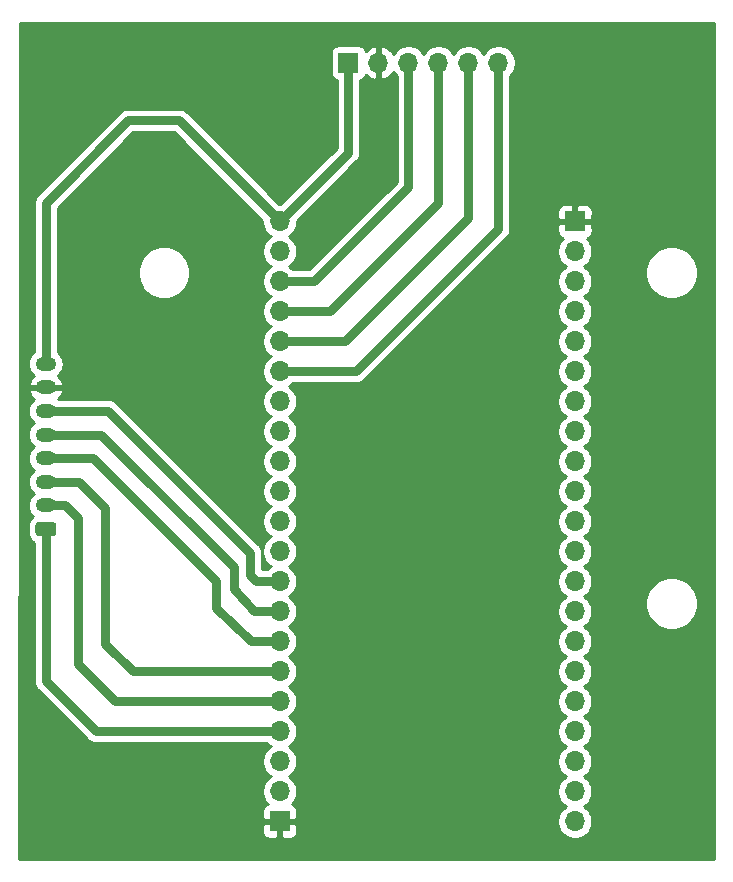
<source format=gbr>
%TF.GenerationSoftware,KiCad,Pcbnew,5.1.10-88a1d61d58~89~ubuntu20.04.1*%
%TF.CreationDate,2021-07-11T19:38:29+02:00*%
%TF.ProjectId,schematic,73636865-6d61-4746-9963-2e6b69636164,rev?*%
%TF.SameCoordinates,PX52dfd20PY755cad8*%
%TF.FileFunction,Copper,L2,Bot*%
%TF.FilePolarity,Positive*%
%FSLAX46Y46*%
G04 Gerber Fmt 4.6, Leading zero omitted, Abs format (unit mm)*
G04 Created by KiCad (PCBNEW 5.1.10-88a1d61d58~89~ubuntu20.04.1) date 2021-07-11 19:38:29*
%MOMM*%
%LPD*%
G01*
G04 APERTURE LIST*
%TA.AperFunction,ComponentPad*%
%ADD10O,1.750000X1.200000*%
%TD*%
%TA.AperFunction,ComponentPad*%
%ADD11R,1.700000X1.700000*%
%TD*%
%TA.AperFunction,ComponentPad*%
%ADD12O,1.700000X1.700000*%
%TD*%
%TA.AperFunction,Conductor*%
%ADD13C,0.750000*%
%TD*%
%TA.AperFunction,Conductor*%
%ADD14C,0.254000*%
%TD*%
%TA.AperFunction,Conductor*%
%ADD15C,0.100000*%
%TD*%
G04 APERTURE END LIST*
D10*
%TO.P,J4,8*%
%TO.N,/3v3*%
X3300000Y43063000D03*
%TO.P,J4,7*%
%TO.N,GND*%
X3300000Y41063000D03*
%TO.P,J4,6*%
%TO.N,/MOSI*%
X3300000Y39063000D03*
%TO.P,J4,5*%
%TO.N,/CLK*%
X3300000Y37063000D03*
%TO.P,J4,4*%
%TO.N,/CS*%
X3300000Y35063000D03*
%TO.P,J4,3*%
%TO.N,/DC*%
X3300000Y33063000D03*
%TO.P,J4,2*%
%TO.N,/RST*%
X3300000Y31063000D03*
%TO.P,J4,1*%
%TO.N,/BUSY*%
%TA.AperFunction,ComponentPad*%
G36*
G01*
X3925001Y28463000D02*
X2674999Y28463000D01*
G75*
G02*
X2425000Y28712999I0J249999D01*
G01*
X2425000Y29413001D01*
G75*
G02*
X2674999Y29663000I249999J0D01*
G01*
X3925001Y29663000D01*
G75*
G02*
X4175000Y29413001I0J-249999D01*
G01*
X4175000Y28712999D01*
G75*
G02*
X3925001Y28463000I-249999J0D01*
G01*
G37*
%TD.AperFunction*%
%TD*%
D11*
%TO.P,J1,1*%
%TO.N,GND*%
X48100000Y55118000D03*
D12*
%TO.P,J1,2*%
%TO.N,N/C*%
X48100000Y52578000D03*
%TO.P,J1,3*%
X48100000Y50038000D03*
%TO.P,J1,4*%
X48100000Y47498000D03*
%TO.P,J1,5*%
X48100000Y44958000D03*
%TO.P,J1,6*%
X48100000Y42418000D03*
%TO.P,J1,7*%
X48100000Y39878000D03*
%TO.P,J1,8*%
X48100000Y37338000D03*
%TO.P,J1,9*%
X48100000Y34798000D03*
%TO.P,J1,10*%
X48100000Y32258000D03*
%TO.P,J1,11*%
X48100000Y29718000D03*
%TO.P,J1,12*%
X48100000Y27178000D03*
%TO.P,J1,13*%
X48100000Y24638000D03*
%TO.P,J1,14*%
X48100000Y22098000D03*
%TO.P,J1,15*%
X48100000Y19558000D03*
%TO.P,J1,16*%
X48100000Y17018000D03*
%TO.P,J1,17*%
X48100000Y14478000D03*
%TO.P,J1,18*%
X48100000Y11938000D03*
%TO.P,J1,19*%
X48100000Y9398000D03*
%TO.P,J1,20*%
X48100000Y6858000D03*
%TO.P,J1,21*%
X48100000Y4318000D03*
%TD*%
D11*
%TO.P,J2,1*%
%TO.N,/3v3*%
X28924000Y68547000D03*
D12*
%TO.P,J2,2*%
%TO.N,GND*%
X31464000Y68547000D03*
%TO.P,J2,3*%
%TO.N,/SDO*%
X34004000Y68547000D03*
%TO.P,J2,4*%
%TO.N,/CSB*%
X36544000Y68547000D03*
%TO.P,J2,5*%
%TO.N,/SDA*%
X39084000Y68547000D03*
%TO.P,J2,6*%
%TO.N,/SCL*%
X41624000Y68547000D03*
%TD*%
%TO.P,J3,21*%
%TO.N,/3v3*%
X23100000Y55118000D03*
%TO.P,J3,20*%
%TO.N,N/C*%
X23100000Y52578000D03*
%TO.P,J3,19*%
%TO.N,/SDO*%
X23100000Y50038000D03*
%TO.P,J3,18*%
%TO.N,/CSB*%
X23100000Y47498000D03*
%TO.P,J3,17*%
%TO.N,/SDA*%
X23100000Y44958000D03*
%TO.P,J3,16*%
%TO.N,/SCL*%
X23100000Y42418000D03*
%TO.P,J3,15*%
%TO.N,N/C*%
X23100000Y39878000D03*
%TO.P,J3,14*%
X23100000Y37338000D03*
%TO.P,J3,13*%
X23100000Y34798000D03*
%TO.P,J3,12*%
X23100000Y32258000D03*
%TO.P,J3,11*%
X23100000Y29718000D03*
%TO.P,J3,10*%
X23100000Y27178000D03*
%TO.P,J3,9*%
%TO.N,/MOSI*%
X23100000Y24638000D03*
%TO.P,J3,8*%
%TO.N,/CLK*%
X23100000Y22098000D03*
%TO.P,J3,7*%
%TO.N,/CS*%
X23100000Y19558000D03*
%TO.P,J3,6*%
%TO.N,/DC*%
X23100000Y17018000D03*
%TO.P,J3,5*%
%TO.N,/RST*%
X23100000Y14478000D03*
%TO.P,J3,4*%
%TO.N,/BUSY*%
X23100000Y11938000D03*
%TO.P,J3,3*%
%TO.N,N/C*%
X23100000Y9398000D03*
%TO.P,J3,2*%
X23100000Y6858000D03*
D11*
%TO.P,J3,1*%
%TO.N,GND*%
X23100000Y4318000D03*
%TD*%
D13*
%TO.N,/3v3*%
X28924000Y60942000D02*
X23100000Y55118000D01*
X28924000Y68547000D02*
X28924000Y60942000D01*
X3300000Y43063000D02*
X3300000Y56663000D01*
X3300000Y56663000D02*
X10300000Y63663000D01*
X14555000Y63663000D02*
X23100000Y55118000D01*
X10300000Y63663000D02*
X14555000Y63663000D01*
%TO.N,/SDO*%
X26003000Y50038000D02*
X23100000Y50038000D01*
X34004000Y58039000D02*
X26003000Y50038000D01*
X34004000Y68547000D02*
X34004000Y58039000D01*
%TO.N,/CSB*%
X27400000Y47498000D02*
X23100000Y47498000D01*
X36544000Y56642000D02*
X27400000Y47498000D01*
X36544000Y68547000D02*
X36544000Y56642000D01*
%TO.N,/SDA*%
X39084000Y68547000D02*
X39084000Y68326000D01*
X39084000Y55372000D02*
X28670000Y44958000D01*
X28670000Y44958000D02*
X23100000Y44958000D01*
X39084000Y68547000D02*
X39084000Y55372000D01*
%TO.N,/SCL*%
X29559000Y42418000D02*
X23100000Y42418000D01*
X41624000Y54483000D02*
X29559000Y42418000D01*
X41624000Y68547000D02*
X41624000Y54483000D01*
%TO.N,/MOSI*%
X23100000Y24638000D02*
X21125000Y24638000D01*
X21125000Y24638000D02*
X20600000Y25163000D01*
X20600000Y25163000D02*
X20600000Y27063000D01*
X8600000Y39063000D02*
X3300000Y39063000D01*
X20600000Y27063000D02*
X8600000Y39063000D01*
%TO.N,/CLK*%
X8000000Y37063000D02*
X3300000Y37063000D01*
X19200000Y25863000D02*
X8000000Y37063000D01*
X19200000Y23963000D02*
X19200000Y25863000D01*
X20965000Y22098000D02*
X19200000Y23963000D01*
X23100000Y22098000D02*
X20965000Y22098000D01*
%TO.N,/CS*%
X7300000Y35063000D02*
X3300000Y35063000D01*
X17700000Y24663000D02*
X7300000Y35063000D01*
X17700000Y22363000D02*
X17700000Y24663000D01*
X20700000Y19563000D02*
X17700000Y22363000D01*
X23100000Y19558000D02*
X20700000Y19563000D01*
%TO.N,/DC*%
X3300000Y33063000D02*
X6100000Y33063000D01*
X6100000Y33063000D02*
X8300000Y30863000D01*
X8300000Y30863000D02*
X8300000Y19363000D01*
X10645000Y17018000D02*
X23100000Y17018000D01*
X8300000Y19363000D02*
X10645000Y17018000D01*
%TO.N,/RST*%
X4925000Y31063000D02*
X6000000Y29988000D01*
X3300000Y31063000D02*
X4925000Y31063000D01*
X6000000Y29988000D02*
X6000000Y17663000D01*
X9185000Y14478000D02*
X23100000Y14478000D01*
X6000000Y17663000D02*
X9185000Y14478000D01*
%TO.N,/BUSY*%
X3300000Y29063000D02*
X3300000Y16163000D01*
X7525000Y11938000D02*
X23100000Y11938000D01*
X3300000Y16163000D02*
X7525000Y11938000D01*
%TD*%
D14*
%TO.N,GND*%
X59873000Y1090000D02*
X1027179Y1090000D01*
X1030523Y3468000D01*
X21611928Y3468000D01*
X21624188Y3343518D01*
X21660498Y3223820D01*
X21719463Y3113506D01*
X21798815Y3016815D01*
X21895506Y2937463D01*
X22005820Y2878498D01*
X22125518Y2842188D01*
X22250000Y2829928D01*
X22814250Y2833000D01*
X22973000Y2991750D01*
X22973000Y4191000D01*
X23227000Y4191000D01*
X23227000Y2991750D01*
X23385750Y2833000D01*
X23950000Y2829928D01*
X24074482Y2842188D01*
X24194180Y2878498D01*
X24304494Y2937463D01*
X24401185Y3016815D01*
X24480537Y3113506D01*
X24539502Y3223820D01*
X24575812Y3343518D01*
X24588072Y3468000D01*
X24585000Y4032250D01*
X24426250Y4191000D01*
X23227000Y4191000D01*
X22973000Y4191000D01*
X21773750Y4191000D01*
X21615000Y4032250D01*
X21611928Y3468000D01*
X1030523Y3468000D01*
X1086212Y43063000D01*
X1784025Y43063000D01*
X1807870Y42820898D01*
X1878489Y42588099D01*
X1993167Y42373551D01*
X2147498Y42185498D01*
X2297348Y42062519D01*
X2233275Y42019307D01*
X2061922Y41846474D01*
X1927579Y41643533D01*
X1835409Y41418282D01*
X1831538Y41380609D01*
X1956269Y41190000D01*
X3173000Y41190000D01*
X3173000Y41210000D01*
X3427000Y41210000D01*
X3427000Y41190000D01*
X4643731Y41190000D01*
X4768462Y41380609D01*
X4764591Y41418282D01*
X4672421Y41643533D01*
X4538078Y41846474D01*
X4366725Y42019307D01*
X4302652Y42062519D01*
X4452502Y42185498D01*
X4606833Y42373551D01*
X4721511Y42588099D01*
X4792130Y42820898D01*
X4815975Y43063000D01*
X4792130Y43305102D01*
X4721511Y43537901D01*
X4606833Y43752449D01*
X4452502Y43940502D01*
X4310000Y44057450D01*
X4310000Y50983128D01*
X11065000Y50983128D01*
X11065000Y50542872D01*
X11150890Y50111075D01*
X11319369Y49704331D01*
X11563962Y49338271D01*
X11875271Y49026962D01*
X12241331Y48782369D01*
X12648075Y48613890D01*
X13079872Y48528000D01*
X13520128Y48528000D01*
X13951925Y48613890D01*
X14358669Y48782369D01*
X14724729Y49026962D01*
X15036038Y49338271D01*
X15280631Y49704331D01*
X15449110Y50111075D01*
X15535000Y50542872D01*
X15535000Y50983128D01*
X15449110Y51414925D01*
X15280631Y51821669D01*
X15036038Y52187729D01*
X14724729Y52499038D01*
X14358669Y52743631D01*
X13951925Y52912110D01*
X13520128Y52998000D01*
X13079872Y52998000D01*
X12648075Y52912110D01*
X12241331Y52743631D01*
X11875271Y52499038D01*
X11563962Y52187729D01*
X11319369Y51821669D01*
X11150890Y51414925D01*
X11065000Y50983128D01*
X4310000Y50983128D01*
X4310000Y56244645D01*
X10718356Y62653000D01*
X14136645Y62653000D01*
X21615000Y55174644D01*
X21615000Y54971740D01*
X21672068Y54684842D01*
X21784010Y54414589D01*
X21946525Y54171368D01*
X22153368Y53964525D01*
X22327760Y53848000D01*
X22153368Y53731475D01*
X21946525Y53524632D01*
X21784010Y53281411D01*
X21672068Y53011158D01*
X21615000Y52724260D01*
X21615000Y52431740D01*
X21672068Y52144842D01*
X21784010Y51874589D01*
X21946525Y51631368D01*
X22153368Y51424525D01*
X22327760Y51308000D01*
X22153368Y51191475D01*
X21946525Y50984632D01*
X21784010Y50741411D01*
X21672068Y50471158D01*
X21615000Y50184260D01*
X21615000Y49891740D01*
X21672068Y49604842D01*
X21784010Y49334589D01*
X21946525Y49091368D01*
X22153368Y48884525D01*
X22327760Y48768000D01*
X22153368Y48651475D01*
X21946525Y48444632D01*
X21784010Y48201411D01*
X21672068Y47931158D01*
X21615000Y47644260D01*
X21615000Y47351740D01*
X21672068Y47064842D01*
X21784010Y46794589D01*
X21946525Y46551368D01*
X22153368Y46344525D01*
X22327760Y46228000D01*
X22153368Y46111475D01*
X21946525Y45904632D01*
X21784010Y45661411D01*
X21672068Y45391158D01*
X21615000Y45104260D01*
X21615000Y44811740D01*
X21672068Y44524842D01*
X21784010Y44254589D01*
X21946525Y44011368D01*
X22153368Y43804525D01*
X22327760Y43688000D01*
X22153368Y43571475D01*
X21946525Y43364632D01*
X21784010Y43121411D01*
X21672068Y42851158D01*
X21615000Y42564260D01*
X21615000Y42271740D01*
X21672068Y41984842D01*
X21784010Y41714589D01*
X21946525Y41471368D01*
X22153368Y41264525D01*
X22327760Y41148000D01*
X22153368Y41031475D01*
X21946525Y40824632D01*
X21784010Y40581411D01*
X21672068Y40311158D01*
X21615000Y40024260D01*
X21615000Y39731740D01*
X21672068Y39444842D01*
X21784010Y39174589D01*
X21946525Y38931368D01*
X22153368Y38724525D01*
X22327760Y38608000D01*
X22153368Y38491475D01*
X21946525Y38284632D01*
X21784010Y38041411D01*
X21672068Y37771158D01*
X21615000Y37484260D01*
X21615000Y37191740D01*
X21672068Y36904842D01*
X21784010Y36634589D01*
X21946525Y36391368D01*
X22153368Y36184525D01*
X22327760Y36068000D01*
X22153368Y35951475D01*
X21946525Y35744632D01*
X21784010Y35501411D01*
X21672068Y35231158D01*
X21615000Y34944260D01*
X21615000Y34651740D01*
X21672068Y34364842D01*
X21784010Y34094589D01*
X21946525Y33851368D01*
X22153368Y33644525D01*
X22327760Y33528000D01*
X22153368Y33411475D01*
X21946525Y33204632D01*
X21784010Y32961411D01*
X21672068Y32691158D01*
X21615000Y32404260D01*
X21615000Y32111740D01*
X21672068Y31824842D01*
X21784010Y31554589D01*
X21946525Y31311368D01*
X22153368Y31104525D01*
X22327760Y30988000D01*
X22153368Y30871475D01*
X21946525Y30664632D01*
X21784010Y30421411D01*
X21672068Y30151158D01*
X21615000Y29864260D01*
X21615000Y29571740D01*
X21672068Y29284842D01*
X21784010Y29014589D01*
X21946525Y28771368D01*
X22153368Y28564525D01*
X22327760Y28448000D01*
X22153368Y28331475D01*
X21946525Y28124632D01*
X21784010Y27881411D01*
X21672068Y27611158D01*
X21615000Y27324260D01*
X21615000Y27031740D01*
X21672068Y26744842D01*
X21784010Y26474589D01*
X21946525Y26231368D01*
X22153368Y26024525D01*
X22327760Y25908000D01*
X22153368Y25791475D01*
X22009893Y25648000D01*
X21610000Y25648000D01*
X21610000Y27013392D01*
X21614886Y27063000D01*
X21595385Y27260995D01*
X21537632Y27451380D01*
X21443846Y27626841D01*
X21349256Y27742100D01*
X21317633Y27780633D01*
X21279100Y27812256D01*
X9349261Y39742094D01*
X9317633Y39780633D01*
X9163840Y39906847D01*
X8988380Y40000632D01*
X8797994Y40058385D01*
X8649608Y40073000D01*
X8600000Y40077886D01*
X8550392Y40073000D01*
X4316766Y40073000D01*
X4366725Y40106693D01*
X4538078Y40279526D01*
X4672421Y40482467D01*
X4764591Y40707718D01*
X4768462Y40745391D01*
X4643731Y40936000D01*
X3427000Y40936000D01*
X3427000Y40916000D01*
X3173000Y40916000D01*
X3173000Y40936000D01*
X1956269Y40936000D01*
X1831538Y40745391D01*
X1835409Y40707718D01*
X1927579Y40482467D01*
X2061922Y40279526D01*
X2233275Y40106693D01*
X2297348Y40063481D01*
X2147498Y39940502D01*
X1993167Y39752449D01*
X1878489Y39537901D01*
X1807870Y39305102D01*
X1784025Y39063000D01*
X1807870Y38820898D01*
X1878489Y38588099D01*
X1993167Y38373551D01*
X2147498Y38185498D01*
X2296762Y38063000D01*
X2147498Y37940502D01*
X1993167Y37752449D01*
X1878489Y37537901D01*
X1807870Y37305102D01*
X1784025Y37063000D01*
X1807870Y36820898D01*
X1878489Y36588099D01*
X1993167Y36373551D01*
X2147498Y36185498D01*
X2296762Y36063000D01*
X2147498Y35940502D01*
X1993167Y35752449D01*
X1878489Y35537901D01*
X1807870Y35305102D01*
X1784025Y35063000D01*
X1807870Y34820898D01*
X1878489Y34588099D01*
X1993167Y34373551D01*
X2147498Y34185498D01*
X2296762Y34063000D01*
X2147498Y33940502D01*
X1993167Y33752449D01*
X1878489Y33537901D01*
X1807870Y33305102D01*
X1784025Y33063000D01*
X1807870Y32820898D01*
X1878489Y32588099D01*
X1993167Y32373551D01*
X2147498Y32185498D01*
X2296762Y32063000D01*
X2147498Y31940502D01*
X1993167Y31752449D01*
X1878489Y31537901D01*
X1807870Y31305102D01*
X1784025Y31063000D01*
X1807870Y30820898D01*
X1878489Y30588099D01*
X1993167Y30373551D01*
X2147498Y30185498D01*
X2186111Y30153809D01*
X2181613Y30151405D01*
X2047038Y30040962D01*
X1936595Y29906387D01*
X1854528Y29752851D01*
X1803992Y29586255D01*
X1786928Y29413001D01*
X1786928Y28712999D01*
X1803992Y28539745D01*
X1854528Y28373149D01*
X1936595Y28219613D01*
X2047038Y28085038D01*
X2181613Y27974595D01*
X2290000Y27916661D01*
X2290001Y16212618D01*
X2285114Y16163000D01*
X2304615Y15965006D01*
X2362368Y15774621D01*
X2438881Y15631475D01*
X2456154Y15599160D01*
X2582368Y15445367D01*
X2620901Y15413744D01*
X6775739Y11258906D01*
X6807367Y11220367D01*
X6961160Y11094153D01*
X7136620Y11000368D01*
X7327006Y10942615D01*
X7475392Y10928000D01*
X7475394Y10928000D01*
X7524999Y10923114D01*
X7574604Y10928000D01*
X22009893Y10928000D01*
X22153368Y10784525D01*
X22327760Y10668000D01*
X22153368Y10551475D01*
X21946525Y10344632D01*
X21784010Y10101411D01*
X21672068Y9831158D01*
X21615000Y9544260D01*
X21615000Y9251740D01*
X21672068Y8964842D01*
X21784010Y8694589D01*
X21946525Y8451368D01*
X22153368Y8244525D01*
X22327760Y8128000D01*
X22153368Y8011475D01*
X21946525Y7804632D01*
X21784010Y7561411D01*
X21672068Y7291158D01*
X21615000Y7004260D01*
X21615000Y6711740D01*
X21672068Y6424842D01*
X21784010Y6154589D01*
X21946525Y5911368D01*
X22078380Y5779513D01*
X22005820Y5757502D01*
X21895506Y5698537D01*
X21798815Y5619185D01*
X21719463Y5522494D01*
X21660498Y5412180D01*
X21624188Y5292482D01*
X21611928Y5168000D01*
X21615000Y4603750D01*
X21773750Y4445000D01*
X22973000Y4445000D01*
X22973000Y4465000D01*
X23227000Y4465000D01*
X23227000Y4445000D01*
X24426250Y4445000D01*
X24585000Y4603750D01*
X24588072Y5168000D01*
X24575812Y5292482D01*
X24539502Y5412180D01*
X24480537Y5522494D01*
X24401185Y5619185D01*
X24304494Y5698537D01*
X24194180Y5757502D01*
X24121620Y5779513D01*
X24253475Y5911368D01*
X24415990Y6154589D01*
X24527932Y6424842D01*
X24585000Y6711740D01*
X24585000Y7004260D01*
X24527932Y7291158D01*
X24415990Y7561411D01*
X24253475Y7804632D01*
X24046632Y8011475D01*
X23872240Y8128000D01*
X24046632Y8244525D01*
X24253475Y8451368D01*
X24415990Y8694589D01*
X24527932Y8964842D01*
X24585000Y9251740D01*
X24585000Y9544260D01*
X24527932Y9831158D01*
X24415990Y10101411D01*
X24253475Y10344632D01*
X24046632Y10551475D01*
X23872240Y10668000D01*
X24046632Y10784525D01*
X24253475Y10991368D01*
X24415990Y11234589D01*
X24527932Y11504842D01*
X24585000Y11791740D01*
X24585000Y12084260D01*
X24527932Y12371158D01*
X24415990Y12641411D01*
X24253475Y12884632D01*
X24046632Y13091475D01*
X23872240Y13208000D01*
X24046632Y13324525D01*
X24253475Y13531368D01*
X24415990Y13774589D01*
X24527932Y14044842D01*
X24585000Y14331740D01*
X24585000Y14624260D01*
X24527932Y14911158D01*
X24415990Y15181411D01*
X24253475Y15424632D01*
X24046632Y15631475D01*
X23872240Y15748000D01*
X24046632Y15864525D01*
X24253475Y16071368D01*
X24415990Y16314589D01*
X24527932Y16584842D01*
X24585000Y16871740D01*
X24585000Y17164260D01*
X24527932Y17451158D01*
X24415990Y17721411D01*
X24253475Y17964632D01*
X24046632Y18171475D01*
X23872240Y18288000D01*
X24046632Y18404525D01*
X24253475Y18611368D01*
X24415990Y18854589D01*
X24527932Y19124842D01*
X24585000Y19411740D01*
X24585000Y19704260D01*
X24527932Y19991158D01*
X24415990Y20261411D01*
X24253475Y20504632D01*
X24046632Y20711475D01*
X23872240Y20828000D01*
X24046632Y20944525D01*
X24253475Y21151368D01*
X24415990Y21394589D01*
X24527932Y21664842D01*
X24585000Y21951740D01*
X24585000Y22244260D01*
X24527932Y22531158D01*
X24415990Y22801411D01*
X24253475Y23044632D01*
X24046632Y23251475D01*
X23872240Y23368000D01*
X24046632Y23484525D01*
X24253475Y23691368D01*
X24415990Y23934589D01*
X24527932Y24204842D01*
X24585000Y24491740D01*
X24585000Y24784260D01*
X24527932Y25071158D01*
X24415990Y25341411D01*
X24253475Y25584632D01*
X24046632Y25791475D01*
X23872240Y25908000D01*
X24046632Y26024525D01*
X24253475Y26231368D01*
X24415990Y26474589D01*
X24527932Y26744842D01*
X24585000Y27031740D01*
X24585000Y27324260D01*
X24527932Y27611158D01*
X24415990Y27881411D01*
X24253475Y28124632D01*
X24046632Y28331475D01*
X23872240Y28448000D01*
X24046632Y28564525D01*
X24253475Y28771368D01*
X24415990Y29014589D01*
X24527932Y29284842D01*
X24585000Y29571740D01*
X24585000Y29864260D01*
X24527932Y30151158D01*
X24415990Y30421411D01*
X24253475Y30664632D01*
X24046632Y30871475D01*
X23872240Y30988000D01*
X24046632Y31104525D01*
X24253475Y31311368D01*
X24415990Y31554589D01*
X24527932Y31824842D01*
X24585000Y32111740D01*
X24585000Y32404260D01*
X24527932Y32691158D01*
X24415990Y32961411D01*
X24253475Y33204632D01*
X24046632Y33411475D01*
X23872240Y33528000D01*
X24046632Y33644525D01*
X24253475Y33851368D01*
X24415990Y34094589D01*
X24527932Y34364842D01*
X24585000Y34651740D01*
X24585000Y34944260D01*
X24527932Y35231158D01*
X24415990Y35501411D01*
X24253475Y35744632D01*
X24046632Y35951475D01*
X23872240Y36068000D01*
X24046632Y36184525D01*
X24253475Y36391368D01*
X24415990Y36634589D01*
X24527932Y36904842D01*
X24585000Y37191740D01*
X24585000Y37484260D01*
X24527932Y37771158D01*
X24415990Y38041411D01*
X24253475Y38284632D01*
X24046632Y38491475D01*
X23872240Y38608000D01*
X24046632Y38724525D01*
X24253475Y38931368D01*
X24415990Y39174589D01*
X24527932Y39444842D01*
X24585000Y39731740D01*
X24585000Y40024260D01*
X24527932Y40311158D01*
X24415990Y40581411D01*
X24253475Y40824632D01*
X24046632Y41031475D01*
X23872240Y41148000D01*
X24046632Y41264525D01*
X24190107Y41408000D01*
X29509392Y41408000D01*
X29559000Y41403114D01*
X29756994Y41422615D01*
X29947380Y41480368D01*
X30122840Y41574153D01*
X30276633Y41700367D01*
X30308261Y41738906D01*
X42303100Y53733744D01*
X42341633Y53765367D01*
X42467847Y53919160D01*
X42561632Y54094620D01*
X42584913Y54171368D01*
X42614226Y54268000D01*
X46611928Y54268000D01*
X46624188Y54143518D01*
X46660498Y54023820D01*
X46719463Y53913506D01*
X46798815Y53816815D01*
X46895506Y53737463D01*
X47005820Y53678498D01*
X47078380Y53656487D01*
X46946525Y53524632D01*
X46784010Y53281411D01*
X46672068Y53011158D01*
X46615000Y52724260D01*
X46615000Y52431740D01*
X46672068Y52144842D01*
X46784010Y51874589D01*
X46946525Y51631368D01*
X47153368Y51424525D01*
X47327760Y51308000D01*
X47153368Y51191475D01*
X46946525Y50984632D01*
X46784010Y50741411D01*
X46672068Y50471158D01*
X46615000Y50184260D01*
X46615000Y49891740D01*
X46672068Y49604842D01*
X46784010Y49334589D01*
X46946525Y49091368D01*
X47153368Y48884525D01*
X47327760Y48768000D01*
X47153368Y48651475D01*
X46946525Y48444632D01*
X46784010Y48201411D01*
X46672068Y47931158D01*
X46615000Y47644260D01*
X46615000Y47351740D01*
X46672068Y47064842D01*
X46784010Y46794589D01*
X46946525Y46551368D01*
X47153368Y46344525D01*
X47327760Y46228000D01*
X47153368Y46111475D01*
X46946525Y45904632D01*
X46784010Y45661411D01*
X46672068Y45391158D01*
X46615000Y45104260D01*
X46615000Y44811740D01*
X46672068Y44524842D01*
X46784010Y44254589D01*
X46946525Y44011368D01*
X47153368Y43804525D01*
X47327760Y43688000D01*
X47153368Y43571475D01*
X46946525Y43364632D01*
X46784010Y43121411D01*
X46672068Y42851158D01*
X46615000Y42564260D01*
X46615000Y42271740D01*
X46672068Y41984842D01*
X46784010Y41714589D01*
X46946525Y41471368D01*
X47153368Y41264525D01*
X47327760Y41148000D01*
X47153368Y41031475D01*
X46946525Y40824632D01*
X46784010Y40581411D01*
X46672068Y40311158D01*
X46615000Y40024260D01*
X46615000Y39731740D01*
X46672068Y39444842D01*
X46784010Y39174589D01*
X46946525Y38931368D01*
X47153368Y38724525D01*
X47327760Y38608000D01*
X47153368Y38491475D01*
X46946525Y38284632D01*
X46784010Y38041411D01*
X46672068Y37771158D01*
X46615000Y37484260D01*
X46615000Y37191740D01*
X46672068Y36904842D01*
X46784010Y36634589D01*
X46946525Y36391368D01*
X47153368Y36184525D01*
X47327760Y36068000D01*
X47153368Y35951475D01*
X46946525Y35744632D01*
X46784010Y35501411D01*
X46672068Y35231158D01*
X46615000Y34944260D01*
X46615000Y34651740D01*
X46672068Y34364842D01*
X46784010Y34094589D01*
X46946525Y33851368D01*
X47153368Y33644525D01*
X47327760Y33528000D01*
X47153368Y33411475D01*
X46946525Y33204632D01*
X46784010Y32961411D01*
X46672068Y32691158D01*
X46615000Y32404260D01*
X46615000Y32111740D01*
X46672068Y31824842D01*
X46784010Y31554589D01*
X46946525Y31311368D01*
X47153368Y31104525D01*
X47327760Y30988000D01*
X47153368Y30871475D01*
X46946525Y30664632D01*
X46784010Y30421411D01*
X46672068Y30151158D01*
X46615000Y29864260D01*
X46615000Y29571740D01*
X46672068Y29284842D01*
X46784010Y29014589D01*
X46946525Y28771368D01*
X47153368Y28564525D01*
X47327760Y28448000D01*
X47153368Y28331475D01*
X46946525Y28124632D01*
X46784010Y27881411D01*
X46672068Y27611158D01*
X46615000Y27324260D01*
X46615000Y27031740D01*
X46672068Y26744842D01*
X46784010Y26474589D01*
X46946525Y26231368D01*
X47153368Y26024525D01*
X47327760Y25908000D01*
X47153368Y25791475D01*
X46946525Y25584632D01*
X46784010Y25341411D01*
X46672068Y25071158D01*
X46615000Y24784260D01*
X46615000Y24491740D01*
X46672068Y24204842D01*
X46784010Y23934589D01*
X46946525Y23691368D01*
X47153368Y23484525D01*
X47327760Y23368000D01*
X47153368Y23251475D01*
X46946525Y23044632D01*
X46784010Y22801411D01*
X46672068Y22531158D01*
X46615000Y22244260D01*
X46615000Y21951740D01*
X46672068Y21664842D01*
X46784010Y21394589D01*
X46946525Y21151368D01*
X47153368Y20944525D01*
X47327760Y20828000D01*
X47153368Y20711475D01*
X46946525Y20504632D01*
X46784010Y20261411D01*
X46672068Y19991158D01*
X46615000Y19704260D01*
X46615000Y19411740D01*
X46672068Y19124842D01*
X46784010Y18854589D01*
X46946525Y18611368D01*
X47153368Y18404525D01*
X47327760Y18288000D01*
X47153368Y18171475D01*
X46946525Y17964632D01*
X46784010Y17721411D01*
X46672068Y17451158D01*
X46615000Y17164260D01*
X46615000Y16871740D01*
X46672068Y16584842D01*
X46784010Y16314589D01*
X46946525Y16071368D01*
X47153368Y15864525D01*
X47327760Y15748000D01*
X47153368Y15631475D01*
X46946525Y15424632D01*
X46784010Y15181411D01*
X46672068Y14911158D01*
X46615000Y14624260D01*
X46615000Y14331740D01*
X46672068Y14044842D01*
X46784010Y13774589D01*
X46946525Y13531368D01*
X47153368Y13324525D01*
X47327760Y13208000D01*
X47153368Y13091475D01*
X46946525Y12884632D01*
X46784010Y12641411D01*
X46672068Y12371158D01*
X46615000Y12084260D01*
X46615000Y11791740D01*
X46672068Y11504842D01*
X46784010Y11234589D01*
X46946525Y10991368D01*
X47153368Y10784525D01*
X47327760Y10668000D01*
X47153368Y10551475D01*
X46946525Y10344632D01*
X46784010Y10101411D01*
X46672068Y9831158D01*
X46615000Y9544260D01*
X46615000Y9251740D01*
X46672068Y8964842D01*
X46784010Y8694589D01*
X46946525Y8451368D01*
X47153368Y8244525D01*
X47327760Y8128000D01*
X47153368Y8011475D01*
X46946525Y7804632D01*
X46784010Y7561411D01*
X46672068Y7291158D01*
X46615000Y7004260D01*
X46615000Y6711740D01*
X46672068Y6424842D01*
X46784010Y6154589D01*
X46946525Y5911368D01*
X47153368Y5704525D01*
X47327760Y5588000D01*
X47153368Y5471475D01*
X46946525Y5264632D01*
X46784010Y5021411D01*
X46672068Y4751158D01*
X46615000Y4464260D01*
X46615000Y4171740D01*
X46672068Y3884842D01*
X46784010Y3614589D01*
X46946525Y3371368D01*
X47153368Y3164525D01*
X47396589Y3002010D01*
X47666842Y2890068D01*
X47953740Y2833000D01*
X48246260Y2833000D01*
X48533158Y2890068D01*
X48803411Y3002010D01*
X49046632Y3164525D01*
X49253475Y3371368D01*
X49415990Y3614589D01*
X49527932Y3884842D01*
X49585000Y4171740D01*
X49585000Y4464260D01*
X49527932Y4751158D01*
X49415990Y5021411D01*
X49253475Y5264632D01*
X49046632Y5471475D01*
X48872240Y5588000D01*
X49046632Y5704525D01*
X49253475Y5911368D01*
X49415990Y6154589D01*
X49527932Y6424842D01*
X49585000Y6711740D01*
X49585000Y7004260D01*
X49527932Y7291158D01*
X49415990Y7561411D01*
X49253475Y7804632D01*
X49046632Y8011475D01*
X48872240Y8128000D01*
X49046632Y8244525D01*
X49253475Y8451368D01*
X49415990Y8694589D01*
X49527932Y8964842D01*
X49585000Y9251740D01*
X49585000Y9544260D01*
X49527932Y9831158D01*
X49415990Y10101411D01*
X49253475Y10344632D01*
X49046632Y10551475D01*
X48872240Y10668000D01*
X49046632Y10784525D01*
X49253475Y10991368D01*
X49415990Y11234589D01*
X49527932Y11504842D01*
X49585000Y11791740D01*
X49585000Y12084260D01*
X49527932Y12371158D01*
X49415990Y12641411D01*
X49253475Y12884632D01*
X49046632Y13091475D01*
X48872240Y13208000D01*
X49046632Y13324525D01*
X49253475Y13531368D01*
X49415990Y13774589D01*
X49527932Y14044842D01*
X49585000Y14331740D01*
X49585000Y14624260D01*
X49527932Y14911158D01*
X49415990Y15181411D01*
X49253475Y15424632D01*
X49046632Y15631475D01*
X48872240Y15748000D01*
X49046632Y15864525D01*
X49253475Y16071368D01*
X49415990Y16314589D01*
X49527932Y16584842D01*
X49585000Y16871740D01*
X49585000Y17164260D01*
X49527932Y17451158D01*
X49415990Y17721411D01*
X49253475Y17964632D01*
X49046632Y18171475D01*
X48872240Y18288000D01*
X49046632Y18404525D01*
X49253475Y18611368D01*
X49415990Y18854589D01*
X49527932Y19124842D01*
X49585000Y19411740D01*
X49585000Y19704260D01*
X49527932Y19991158D01*
X49415990Y20261411D01*
X49253475Y20504632D01*
X49046632Y20711475D01*
X48872240Y20828000D01*
X49046632Y20944525D01*
X49253475Y21151368D01*
X49415990Y21394589D01*
X49527932Y21664842D01*
X49585000Y21951740D01*
X49585000Y22244260D01*
X49527932Y22531158D01*
X49415990Y22801411D01*
X49294571Y22983128D01*
X54065000Y22983128D01*
X54065000Y22542872D01*
X54150890Y22111075D01*
X54319369Y21704331D01*
X54563962Y21338271D01*
X54875271Y21026962D01*
X55241331Y20782369D01*
X55648075Y20613890D01*
X56079872Y20528000D01*
X56520128Y20528000D01*
X56951925Y20613890D01*
X57358669Y20782369D01*
X57724729Y21026962D01*
X58036038Y21338271D01*
X58280631Y21704331D01*
X58449110Y22111075D01*
X58535000Y22542872D01*
X58535000Y22983128D01*
X58449110Y23414925D01*
X58280631Y23821669D01*
X58036038Y24187729D01*
X57724729Y24499038D01*
X57358669Y24743631D01*
X56951925Y24912110D01*
X56520128Y24998000D01*
X56079872Y24998000D01*
X55648075Y24912110D01*
X55241331Y24743631D01*
X54875271Y24499038D01*
X54563962Y24187729D01*
X54319369Y23821669D01*
X54150890Y23414925D01*
X54065000Y22983128D01*
X49294571Y22983128D01*
X49253475Y23044632D01*
X49046632Y23251475D01*
X48872240Y23368000D01*
X49046632Y23484525D01*
X49253475Y23691368D01*
X49415990Y23934589D01*
X49527932Y24204842D01*
X49585000Y24491740D01*
X49585000Y24784260D01*
X49527932Y25071158D01*
X49415990Y25341411D01*
X49253475Y25584632D01*
X49046632Y25791475D01*
X48872240Y25908000D01*
X49046632Y26024525D01*
X49253475Y26231368D01*
X49415990Y26474589D01*
X49527932Y26744842D01*
X49585000Y27031740D01*
X49585000Y27324260D01*
X49527932Y27611158D01*
X49415990Y27881411D01*
X49253475Y28124632D01*
X49046632Y28331475D01*
X48872240Y28448000D01*
X49046632Y28564525D01*
X49253475Y28771368D01*
X49415990Y29014589D01*
X49527932Y29284842D01*
X49585000Y29571740D01*
X49585000Y29864260D01*
X49527932Y30151158D01*
X49415990Y30421411D01*
X49253475Y30664632D01*
X49046632Y30871475D01*
X48872240Y30988000D01*
X49046632Y31104525D01*
X49253475Y31311368D01*
X49415990Y31554589D01*
X49527932Y31824842D01*
X49585000Y32111740D01*
X49585000Y32404260D01*
X49527932Y32691158D01*
X49415990Y32961411D01*
X49253475Y33204632D01*
X49046632Y33411475D01*
X48872240Y33528000D01*
X49046632Y33644525D01*
X49253475Y33851368D01*
X49415990Y34094589D01*
X49527932Y34364842D01*
X49585000Y34651740D01*
X49585000Y34944260D01*
X49527932Y35231158D01*
X49415990Y35501411D01*
X49253475Y35744632D01*
X49046632Y35951475D01*
X48872240Y36068000D01*
X49046632Y36184525D01*
X49253475Y36391368D01*
X49415990Y36634589D01*
X49527932Y36904842D01*
X49585000Y37191740D01*
X49585000Y37484260D01*
X49527932Y37771158D01*
X49415990Y38041411D01*
X49253475Y38284632D01*
X49046632Y38491475D01*
X48872240Y38608000D01*
X49046632Y38724525D01*
X49253475Y38931368D01*
X49415990Y39174589D01*
X49527932Y39444842D01*
X49585000Y39731740D01*
X49585000Y40024260D01*
X49527932Y40311158D01*
X49415990Y40581411D01*
X49253475Y40824632D01*
X49046632Y41031475D01*
X48872240Y41148000D01*
X49046632Y41264525D01*
X49253475Y41471368D01*
X49415990Y41714589D01*
X49527932Y41984842D01*
X49585000Y42271740D01*
X49585000Y42564260D01*
X49527932Y42851158D01*
X49415990Y43121411D01*
X49253475Y43364632D01*
X49046632Y43571475D01*
X48872240Y43688000D01*
X49046632Y43804525D01*
X49253475Y44011368D01*
X49415990Y44254589D01*
X49527932Y44524842D01*
X49585000Y44811740D01*
X49585000Y45104260D01*
X49527932Y45391158D01*
X49415990Y45661411D01*
X49253475Y45904632D01*
X49046632Y46111475D01*
X48872240Y46228000D01*
X49046632Y46344525D01*
X49253475Y46551368D01*
X49415990Y46794589D01*
X49527932Y47064842D01*
X49585000Y47351740D01*
X49585000Y47644260D01*
X49527932Y47931158D01*
X49415990Y48201411D01*
X49253475Y48444632D01*
X49046632Y48651475D01*
X48872240Y48768000D01*
X49046632Y48884525D01*
X49253475Y49091368D01*
X49415990Y49334589D01*
X49527932Y49604842D01*
X49585000Y49891740D01*
X49585000Y50184260D01*
X49527932Y50471158D01*
X49415990Y50741411D01*
X49254480Y50983128D01*
X54065000Y50983128D01*
X54065000Y50542872D01*
X54150890Y50111075D01*
X54319369Y49704331D01*
X54563962Y49338271D01*
X54875271Y49026962D01*
X55241331Y48782369D01*
X55648075Y48613890D01*
X56079872Y48528000D01*
X56520128Y48528000D01*
X56951925Y48613890D01*
X57358669Y48782369D01*
X57724729Y49026962D01*
X58036038Y49338271D01*
X58280631Y49704331D01*
X58449110Y50111075D01*
X58535000Y50542872D01*
X58535000Y50983128D01*
X58449110Y51414925D01*
X58280631Y51821669D01*
X58036038Y52187729D01*
X57724729Y52499038D01*
X57358669Y52743631D01*
X56951925Y52912110D01*
X56520128Y52998000D01*
X56079872Y52998000D01*
X55648075Y52912110D01*
X55241331Y52743631D01*
X54875271Y52499038D01*
X54563962Y52187729D01*
X54319369Y51821669D01*
X54150890Y51414925D01*
X54065000Y50983128D01*
X49254480Y50983128D01*
X49253475Y50984632D01*
X49046632Y51191475D01*
X48872240Y51308000D01*
X49046632Y51424525D01*
X49253475Y51631368D01*
X49415990Y51874589D01*
X49527932Y52144842D01*
X49585000Y52431740D01*
X49585000Y52724260D01*
X49527932Y53011158D01*
X49415990Y53281411D01*
X49253475Y53524632D01*
X49121620Y53656487D01*
X49194180Y53678498D01*
X49304494Y53737463D01*
X49401185Y53816815D01*
X49480537Y53913506D01*
X49539502Y54023820D01*
X49575812Y54143518D01*
X49588072Y54268000D01*
X49585000Y54832250D01*
X49426250Y54991000D01*
X48227000Y54991000D01*
X48227000Y54971000D01*
X47973000Y54971000D01*
X47973000Y54991000D01*
X46773750Y54991000D01*
X46615000Y54832250D01*
X46611928Y54268000D01*
X42614226Y54268000D01*
X42619385Y54285005D01*
X42638886Y54483000D01*
X42634000Y54532608D01*
X42634000Y55968000D01*
X46611928Y55968000D01*
X46615000Y55403750D01*
X46773750Y55245000D01*
X47973000Y55245000D01*
X47973000Y56444250D01*
X48227000Y56444250D01*
X48227000Y55245000D01*
X49426250Y55245000D01*
X49585000Y55403750D01*
X49588072Y55968000D01*
X49575812Y56092482D01*
X49539502Y56212180D01*
X49480537Y56322494D01*
X49401185Y56419185D01*
X49304494Y56498537D01*
X49194180Y56557502D01*
X49074482Y56593812D01*
X48950000Y56606072D01*
X48385750Y56603000D01*
X48227000Y56444250D01*
X47973000Y56444250D01*
X47814250Y56603000D01*
X47250000Y56606072D01*
X47125518Y56593812D01*
X47005820Y56557502D01*
X46895506Y56498537D01*
X46798815Y56419185D01*
X46719463Y56322494D01*
X46660498Y56212180D01*
X46624188Y56092482D01*
X46611928Y55968000D01*
X42634000Y55968000D01*
X42634000Y67456893D01*
X42777475Y67600368D01*
X42939990Y67843589D01*
X43051932Y68113842D01*
X43109000Y68400740D01*
X43109000Y68693260D01*
X43051932Y68980158D01*
X42939990Y69250411D01*
X42777475Y69493632D01*
X42570632Y69700475D01*
X42327411Y69862990D01*
X42057158Y69974932D01*
X41770260Y70032000D01*
X41477740Y70032000D01*
X41190842Y69974932D01*
X40920589Y69862990D01*
X40677368Y69700475D01*
X40470525Y69493632D01*
X40354000Y69319240D01*
X40237475Y69493632D01*
X40030632Y69700475D01*
X39787411Y69862990D01*
X39517158Y69974932D01*
X39230260Y70032000D01*
X38937740Y70032000D01*
X38650842Y69974932D01*
X38380589Y69862990D01*
X38137368Y69700475D01*
X37930525Y69493632D01*
X37814000Y69319240D01*
X37697475Y69493632D01*
X37490632Y69700475D01*
X37247411Y69862990D01*
X36977158Y69974932D01*
X36690260Y70032000D01*
X36397740Y70032000D01*
X36110842Y69974932D01*
X35840589Y69862990D01*
X35597368Y69700475D01*
X35390525Y69493632D01*
X35274000Y69319240D01*
X35157475Y69493632D01*
X34950632Y69700475D01*
X34707411Y69862990D01*
X34437158Y69974932D01*
X34150260Y70032000D01*
X33857740Y70032000D01*
X33570842Y69974932D01*
X33300589Y69862990D01*
X33057368Y69700475D01*
X32850525Y69493632D01*
X32728805Y69311466D01*
X32659178Y69428355D01*
X32464269Y69644588D01*
X32230920Y69818641D01*
X31968099Y69943825D01*
X31820890Y69988476D01*
X31591000Y69867155D01*
X31591000Y68674000D01*
X31611000Y68674000D01*
X31611000Y68420000D01*
X31591000Y68420000D01*
X31591000Y67226845D01*
X31820890Y67105524D01*
X31968099Y67150175D01*
X32230920Y67275359D01*
X32464269Y67449412D01*
X32659178Y67665645D01*
X32728805Y67782534D01*
X32850525Y67600368D01*
X32994000Y67456893D01*
X32994001Y58457357D01*
X25584645Y51048000D01*
X24190107Y51048000D01*
X24046632Y51191475D01*
X23872240Y51308000D01*
X24046632Y51424525D01*
X24253475Y51631368D01*
X24415990Y51874589D01*
X24527932Y52144842D01*
X24585000Y52431740D01*
X24585000Y52724260D01*
X24527932Y53011158D01*
X24415990Y53281411D01*
X24253475Y53524632D01*
X24046632Y53731475D01*
X23872240Y53848000D01*
X24046632Y53964525D01*
X24253475Y54171368D01*
X24415990Y54414589D01*
X24527932Y54684842D01*
X24585000Y54971740D01*
X24585000Y55174645D01*
X29603100Y60192744D01*
X29641633Y60224367D01*
X29767847Y60378160D01*
X29861632Y60553620D01*
X29919385Y60744006D01*
X29934000Y60892392D01*
X29938886Y60942000D01*
X29934000Y60991608D01*
X29934000Y67081962D01*
X30018180Y67107498D01*
X30128494Y67166463D01*
X30225185Y67245815D01*
X30304537Y67342506D01*
X30363502Y67452820D01*
X30387966Y67533466D01*
X30463731Y67449412D01*
X30697080Y67275359D01*
X30959901Y67150175D01*
X31107110Y67105524D01*
X31337000Y67226845D01*
X31337000Y68420000D01*
X31317000Y68420000D01*
X31317000Y68674000D01*
X31337000Y68674000D01*
X31337000Y69867155D01*
X31107110Y69988476D01*
X30959901Y69943825D01*
X30697080Y69818641D01*
X30463731Y69644588D01*
X30387966Y69560534D01*
X30363502Y69641180D01*
X30304537Y69751494D01*
X30225185Y69848185D01*
X30128494Y69927537D01*
X30018180Y69986502D01*
X29898482Y70022812D01*
X29774000Y70035072D01*
X28074000Y70035072D01*
X27949518Y70022812D01*
X27829820Y69986502D01*
X27719506Y69927537D01*
X27622815Y69848185D01*
X27543463Y69751494D01*
X27484498Y69641180D01*
X27448188Y69521482D01*
X27435928Y69397000D01*
X27435928Y67697000D01*
X27448188Y67572518D01*
X27484498Y67452820D01*
X27543463Y67342506D01*
X27622815Y67245815D01*
X27719506Y67166463D01*
X27829820Y67107498D01*
X27914000Y67081962D01*
X27914001Y61360357D01*
X23156645Y56603000D01*
X23043356Y56603000D01*
X15304261Y64342094D01*
X15272633Y64380633D01*
X15118840Y64506847D01*
X14943380Y64600632D01*
X14752994Y64658385D01*
X14604608Y64673000D01*
X14555000Y64677886D01*
X14505392Y64673000D01*
X10349608Y64673000D01*
X10300000Y64677886D01*
X10102005Y64658385D01*
X9911620Y64600632D01*
X9736160Y64506847D01*
X9582367Y64380633D01*
X9550744Y64342100D01*
X2620901Y57412256D01*
X2582368Y57380633D01*
X2550745Y57342100D01*
X2550744Y57342099D01*
X2456154Y57226840D01*
X2362368Y57051379D01*
X2304615Y56860994D01*
X2285114Y56663000D01*
X2290001Y56613382D01*
X2290000Y44057450D01*
X2147498Y43940502D01*
X1993167Y43752449D01*
X1878489Y43537901D01*
X1807870Y43305102D01*
X1784025Y43063000D01*
X1086212Y43063000D01*
X1126822Y71936000D01*
X59873000Y71936000D01*
X59873000Y1090000D01*
%TA.AperFunction,Conductor*%
D15*
G36*
X59873000Y1090000D02*
G01*
X1027179Y1090000D01*
X1030523Y3468000D01*
X21611928Y3468000D01*
X21624188Y3343518D01*
X21660498Y3223820D01*
X21719463Y3113506D01*
X21798815Y3016815D01*
X21895506Y2937463D01*
X22005820Y2878498D01*
X22125518Y2842188D01*
X22250000Y2829928D01*
X22814250Y2833000D01*
X22973000Y2991750D01*
X22973000Y4191000D01*
X23227000Y4191000D01*
X23227000Y2991750D01*
X23385750Y2833000D01*
X23950000Y2829928D01*
X24074482Y2842188D01*
X24194180Y2878498D01*
X24304494Y2937463D01*
X24401185Y3016815D01*
X24480537Y3113506D01*
X24539502Y3223820D01*
X24575812Y3343518D01*
X24588072Y3468000D01*
X24585000Y4032250D01*
X24426250Y4191000D01*
X23227000Y4191000D01*
X22973000Y4191000D01*
X21773750Y4191000D01*
X21615000Y4032250D01*
X21611928Y3468000D01*
X1030523Y3468000D01*
X1086212Y43063000D01*
X1784025Y43063000D01*
X1807870Y42820898D01*
X1878489Y42588099D01*
X1993167Y42373551D01*
X2147498Y42185498D01*
X2297348Y42062519D01*
X2233275Y42019307D01*
X2061922Y41846474D01*
X1927579Y41643533D01*
X1835409Y41418282D01*
X1831538Y41380609D01*
X1956269Y41190000D01*
X3173000Y41190000D01*
X3173000Y41210000D01*
X3427000Y41210000D01*
X3427000Y41190000D01*
X4643731Y41190000D01*
X4768462Y41380609D01*
X4764591Y41418282D01*
X4672421Y41643533D01*
X4538078Y41846474D01*
X4366725Y42019307D01*
X4302652Y42062519D01*
X4452502Y42185498D01*
X4606833Y42373551D01*
X4721511Y42588099D01*
X4792130Y42820898D01*
X4815975Y43063000D01*
X4792130Y43305102D01*
X4721511Y43537901D01*
X4606833Y43752449D01*
X4452502Y43940502D01*
X4310000Y44057450D01*
X4310000Y50983128D01*
X11065000Y50983128D01*
X11065000Y50542872D01*
X11150890Y50111075D01*
X11319369Y49704331D01*
X11563962Y49338271D01*
X11875271Y49026962D01*
X12241331Y48782369D01*
X12648075Y48613890D01*
X13079872Y48528000D01*
X13520128Y48528000D01*
X13951925Y48613890D01*
X14358669Y48782369D01*
X14724729Y49026962D01*
X15036038Y49338271D01*
X15280631Y49704331D01*
X15449110Y50111075D01*
X15535000Y50542872D01*
X15535000Y50983128D01*
X15449110Y51414925D01*
X15280631Y51821669D01*
X15036038Y52187729D01*
X14724729Y52499038D01*
X14358669Y52743631D01*
X13951925Y52912110D01*
X13520128Y52998000D01*
X13079872Y52998000D01*
X12648075Y52912110D01*
X12241331Y52743631D01*
X11875271Y52499038D01*
X11563962Y52187729D01*
X11319369Y51821669D01*
X11150890Y51414925D01*
X11065000Y50983128D01*
X4310000Y50983128D01*
X4310000Y56244645D01*
X10718356Y62653000D01*
X14136645Y62653000D01*
X21615000Y55174644D01*
X21615000Y54971740D01*
X21672068Y54684842D01*
X21784010Y54414589D01*
X21946525Y54171368D01*
X22153368Y53964525D01*
X22327760Y53848000D01*
X22153368Y53731475D01*
X21946525Y53524632D01*
X21784010Y53281411D01*
X21672068Y53011158D01*
X21615000Y52724260D01*
X21615000Y52431740D01*
X21672068Y52144842D01*
X21784010Y51874589D01*
X21946525Y51631368D01*
X22153368Y51424525D01*
X22327760Y51308000D01*
X22153368Y51191475D01*
X21946525Y50984632D01*
X21784010Y50741411D01*
X21672068Y50471158D01*
X21615000Y50184260D01*
X21615000Y49891740D01*
X21672068Y49604842D01*
X21784010Y49334589D01*
X21946525Y49091368D01*
X22153368Y48884525D01*
X22327760Y48768000D01*
X22153368Y48651475D01*
X21946525Y48444632D01*
X21784010Y48201411D01*
X21672068Y47931158D01*
X21615000Y47644260D01*
X21615000Y47351740D01*
X21672068Y47064842D01*
X21784010Y46794589D01*
X21946525Y46551368D01*
X22153368Y46344525D01*
X22327760Y46228000D01*
X22153368Y46111475D01*
X21946525Y45904632D01*
X21784010Y45661411D01*
X21672068Y45391158D01*
X21615000Y45104260D01*
X21615000Y44811740D01*
X21672068Y44524842D01*
X21784010Y44254589D01*
X21946525Y44011368D01*
X22153368Y43804525D01*
X22327760Y43688000D01*
X22153368Y43571475D01*
X21946525Y43364632D01*
X21784010Y43121411D01*
X21672068Y42851158D01*
X21615000Y42564260D01*
X21615000Y42271740D01*
X21672068Y41984842D01*
X21784010Y41714589D01*
X21946525Y41471368D01*
X22153368Y41264525D01*
X22327760Y41148000D01*
X22153368Y41031475D01*
X21946525Y40824632D01*
X21784010Y40581411D01*
X21672068Y40311158D01*
X21615000Y40024260D01*
X21615000Y39731740D01*
X21672068Y39444842D01*
X21784010Y39174589D01*
X21946525Y38931368D01*
X22153368Y38724525D01*
X22327760Y38608000D01*
X22153368Y38491475D01*
X21946525Y38284632D01*
X21784010Y38041411D01*
X21672068Y37771158D01*
X21615000Y37484260D01*
X21615000Y37191740D01*
X21672068Y36904842D01*
X21784010Y36634589D01*
X21946525Y36391368D01*
X22153368Y36184525D01*
X22327760Y36068000D01*
X22153368Y35951475D01*
X21946525Y35744632D01*
X21784010Y35501411D01*
X21672068Y35231158D01*
X21615000Y34944260D01*
X21615000Y34651740D01*
X21672068Y34364842D01*
X21784010Y34094589D01*
X21946525Y33851368D01*
X22153368Y33644525D01*
X22327760Y33528000D01*
X22153368Y33411475D01*
X21946525Y33204632D01*
X21784010Y32961411D01*
X21672068Y32691158D01*
X21615000Y32404260D01*
X21615000Y32111740D01*
X21672068Y31824842D01*
X21784010Y31554589D01*
X21946525Y31311368D01*
X22153368Y31104525D01*
X22327760Y30988000D01*
X22153368Y30871475D01*
X21946525Y30664632D01*
X21784010Y30421411D01*
X21672068Y30151158D01*
X21615000Y29864260D01*
X21615000Y29571740D01*
X21672068Y29284842D01*
X21784010Y29014589D01*
X21946525Y28771368D01*
X22153368Y28564525D01*
X22327760Y28448000D01*
X22153368Y28331475D01*
X21946525Y28124632D01*
X21784010Y27881411D01*
X21672068Y27611158D01*
X21615000Y27324260D01*
X21615000Y27031740D01*
X21672068Y26744842D01*
X21784010Y26474589D01*
X21946525Y26231368D01*
X22153368Y26024525D01*
X22327760Y25908000D01*
X22153368Y25791475D01*
X22009893Y25648000D01*
X21610000Y25648000D01*
X21610000Y27013392D01*
X21614886Y27063000D01*
X21595385Y27260995D01*
X21537632Y27451380D01*
X21443846Y27626841D01*
X21349256Y27742100D01*
X21317633Y27780633D01*
X21279100Y27812256D01*
X9349261Y39742094D01*
X9317633Y39780633D01*
X9163840Y39906847D01*
X8988380Y40000632D01*
X8797994Y40058385D01*
X8649608Y40073000D01*
X8600000Y40077886D01*
X8550392Y40073000D01*
X4316766Y40073000D01*
X4366725Y40106693D01*
X4538078Y40279526D01*
X4672421Y40482467D01*
X4764591Y40707718D01*
X4768462Y40745391D01*
X4643731Y40936000D01*
X3427000Y40936000D01*
X3427000Y40916000D01*
X3173000Y40916000D01*
X3173000Y40936000D01*
X1956269Y40936000D01*
X1831538Y40745391D01*
X1835409Y40707718D01*
X1927579Y40482467D01*
X2061922Y40279526D01*
X2233275Y40106693D01*
X2297348Y40063481D01*
X2147498Y39940502D01*
X1993167Y39752449D01*
X1878489Y39537901D01*
X1807870Y39305102D01*
X1784025Y39063000D01*
X1807870Y38820898D01*
X1878489Y38588099D01*
X1993167Y38373551D01*
X2147498Y38185498D01*
X2296762Y38063000D01*
X2147498Y37940502D01*
X1993167Y37752449D01*
X1878489Y37537901D01*
X1807870Y37305102D01*
X1784025Y37063000D01*
X1807870Y36820898D01*
X1878489Y36588099D01*
X1993167Y36373551D01*
X2147498Y36185498D01*
X2296762Y36063000D01*
X2147498Y35940502D01*
X1993167Y35752449D01*
X1878489Y35537901D01*
X1807870Y35305102D01*
X1784025Y35063000D01*
X1807870Y34820898D01*
X1878489Y34588099D01*
X1993167Y34373551D01*
X2147498Y34185498D01*
X2296762Y34063000D01*
X2147498Y33940502D01*
X1993167Y33752449D01*
X1878489Y33537901D01*
X1807870Y33305102D01*
X1784025Y33063000D01*
X1807870Y32820898D01*
X1878489Y32588099D01*
X1993167Y32373551D01*
X2147498Y32185498D01*
X2296762Y32063000D01*
X2147498Y31940502D01*
X1993167Y31752449D01*
X1878489Y31537901D01*
X1807870Y31305102D01*
X1784025Y31063000D01*
X1807870Y30820898D01*
X1878489Y30588099D01*
X1993167Y30373551D01*
X2147498Y30185498D01*
X2186111Y30153809D01*
X2181613Y30151405D01*
X2047038Y30040962D01*
X1936595Y29906387D01*
X1854528Y29752851D01*
X1803992Y29586255D01*
X1786928Y29413001D01*
X1786928Y28712999D01*
X1803992Y28539745D01*
X1854528Y28373149D01*
X1936595Y28219613D01*
X2047038Y28085038D01*
X2181613Y27974595D01*
X2290000Y27916661D01*
X2290001Y16212618D01*
X2285114Y16163000D01*
X2304615Y15965006D01*
X2362368Y15774621D01*
X2438881Y15631475D01*
X2456154Y15599160D01*
X2582368Y15445367D01*
X2620901Y15413744D01*
X6775739Y11258906D01*
X6807367Y11220367D01*
X6961160Y11094153D01*
X7136620Y11000368D01*
X7327006Y10942615D01*
X7475392Y10928000D01*
X7475394Y10928000D01*
X7524999Y10923114D01*
X7574604Y10928000D01*
X22009893Y10928000D01*
X22153368Y10784525D01*
X22327760Y10668000D01*
X22153368Y10551475D01*
X21946525Y10344632D01*
X21784010Y10101411D01*
X21672068Y9831158D01*
X21615000Y9544260D01*
X21615000Y9251740D01*
X21672068Y8964842D01*
X21784010Y8694589D01*
X21946525Y8451368D01*
X22153368Y8244525D01*
X22327760Y8128000D01*
X22153368Y8011475D01*
X21946525Y7804632D01*
X21784010Y7561411D01*
X21672068Y7291158D01*
X21615000Y7004260D01*
X21615000Y6711740D01*
X21672068Y6424842D01*
X21784010Y6154589D01*
X21946525Y5911368D01*
X22078380Y5779513D01*
X22005820Y5757502D01*
X21895506Y5698537D01*
X21798815Y5619185D01*
X21719463Y5522494D01*
X21660498Y5412180D01*
X21624188Y5292482D01*
X21611928Y5168000D01*
X21615000Y4603750D01*
X21773750Y4445000D01*
X22973000Y4445000D01*
X22973000Y4465000D01*
X23227000Y4465000D01*
X23227000Y4445000D01*
X24426250Y4445000D01*
X24585000Y4603750D01*
X24588072Y5168000D01*
X24575812Y5292482D01*
X24539502Y5412180D01*
X24480537Y5522494D01*
X24401185Y5619185D01*
X24304494Y5698537D01*
X24194180Y5757502D01*
X24121620Y5779513D01*
X24253475Y5911368D01*
X24415990Y6154589D01*
X24527932Y6424842D01*
X24585000Y6711740D01*
X24585000Y7004260D01*
X24527932Y7291158D01*
X24415990Y7561411D01*
X24253475Y7804632D01*
X24046632Y8011475D01*
X23872240Y8128000D01*
X24046632Y8244525D01*
X24253475Y8451368D01*
X24415990Y8694589D01*
X24527932Y8964842D01*
X24585000Y9251740D01*
X24585000Y9544260D01*
X24527932Y9831158D01*
X24415990Y10101411D01*
X24253475Y10344632D01*
X24046632Y10551475D01*
X23872240Y10668000D01*
X24046632Y10784525D01*
X24253475Y10991368D01*
X24415990Y11234589D01*
X24527932Y11504842D01*
X24585000Y11791740D01*
X24585000Y12084260D01*
X24527932Y12371158D01*
X24415990Y12641411D01*
X24253475Y12884632D01*
X24046632Y13091475D01*
X23872240Y13208000D01*
X24046632Y13324525D01*
X24253475Y13531368D01*
X24415990Y13774589D01*
X24527932Y14044842D01*
X24585000Y14331740D01*
X24585000Y14624260D01*
X24527932Y14911158D01*
X24415990Y15181411D01*
X24253475Y15424632D01*
X24046632Y15631475D01*
X23872240Y15748000D01*
X24046632Y15864525D01*
X24253475Y16071368D01*
X24415990Y16314589D01*
X24527932Y16584842D01*
X24585000Y16871740D01*
X24585000Y17164260D01*
X24527932Y17451158D01*
X24415990Y17721411D01*
X24253475Y17964632D01*
X24046632Y18171475D01*
X23872240Y18288000D01*
X24046632Y18404525D01*
X24253475Y18611368D01*
X24415990Y18854589D01*
X24527932Y19124842D01*
X24585000Y19411740D01*
X24585000Y19704260D01*
X24527932Y19991158D01*
X24415990Y20261411D01*
X24253475Y20504632D01*
X24046632Y20711475D01*
X23872240Y20828000D01*
X24046632Y20944525D01*
X24253475Y21151368D01*
X24415990Y21394589D01*
X24527932Y21664842D01*
X24585000Y21951740D01*
X24585000Y22244260D01*
X24527932Y22531158D01*
X24415990Y22801411D01*
X24253475Y23044632D01*
X24046632Y23251475D01*
X23872240Y23368000D01*
X24046632Y23484525D01*
X24253475Y23691368D01*
X24415990Y23934589D01*
X24527932Y24204842D01*
X24585000Y24491740D01*
X24585000Y24784260D01*
X24527932Y25071158D01*
X24415990Y25341411D01*
X24253475Y25584632D01*
X24046632Y25791475D01*
X23872240Y25908000D01*
X24046632Y26024525D01*
X24253475Y26231368D01*
X24415990Y26474589D01*
X24527932Y26744842D01*
X24585000Y27031740D01*
X24585000Y27324260D01*
X24527932Y27611158D01*
X24415990Y27881411D01*
X24253475Y28124632D01*
X24046632Y28331475D01*
X23872240Y28448000D01*
X24046632Y28564525D01*
X24253475Y28771368D01*
X24415990Y29014589D01*
X24527932Y29284842D01*
X24585000Y29571740D01*
X24585000Y29864260D01*
X24527932Y30151158D01*
X24415990Y30421411D01*
X24253475Y30664632D01*
X24046632Y30871475D01*
X23872240Y30988000D01*
X24046632Y31104525D01*
X24253475Y31311368D01*
X24415990Y31554589D01*
X24527932Y31824842D01*
X24585000Y32111740D01*
X24585000Y32404260D01*
X24527932Y32691158D01*
X24415990Y32961411D01*
X24253475Y33204632D01*
X24046632Y33411475D01*
X23872240Y33528000D01*
X24046632Y33644525D01*
X24253475Y33851368D01*
X24415990Y34094589D01*
X24527932Y34364842D01*
X24585000Y34651740D01*
X24585000Y34944260D01*
X24527932Y35231158D01*
X24415990Y35501411D01*
X24253475Y35744632D01*
X24046632Y35951475D01*
X23872240Y36068000D01*
X24046632Y36184525D01*
X24253475Y36391368D01*
X24415990Y36634589D01*
X24527932Y36904842D01*
X24585000Y37191740D01*
X24585000Y37484260D01*
X24527932Y37771158D01*
X24415990Y38041411D01*
X24253475Y38284632D01*
X24046632Y38491475D01*
X23872240Y38608000D01*
X24046632Y38724525D01*
X24253475Y38931368D01*
X24415990Y39174589D01*
X24527932Y39444842D01*
X24585000Y39731740D01*
X24585000Y40024260D01*
X24527932Y40311158D01*
X24415990Y40581411D01*
X24253475Y40824632D01*
X24046632Y41031475D01*
X23872240Y41148000D01*
X24046632Y41264525D01*
X24190107Y41408000D01*
X29509392Y41408000D01*
X29559000Y41403114D01*
X29756994Y41422615D01*
X29947380Y41480368D01*
X30122840Y41574153D01*
X30276633Y41700367D01*
X30308261Y41738906D01*
X42303100Y53733744D01*
X42341633Y53765367D01*
X42467847Y53919160D01*
X42561632Y54094620D01*
X42584913Y54171368D01*
X42614226Y54268000D01*
X46611928Y54268000D01*
X46624188Y54143518D01*
X46660498Y54023820D01*
X46719463Y53913506D01*
X46798815Y53816815D01*
X46895506Y53737463D01*
X47005820Y53678498D01*
X47078380Y53656487D01*
X46946525Y53524632D01*
X46784010Y53281411D01*
X46672068Y53011158D01*
X46615000Y52724260D01*
X46615000Y52431740D01*
X46672068Y52144842D01*
X46784010Y51874589D01*
X46946525Y51631368D01*
X47153368Y51424525D01*
X47327760Y51308000D01*
X47153368Y51191475D01*
X46946525Y50984632D01*
X46784010Y50741411D01*
X46672068Y50471158D01*
X46615000Y50184260D01*
X46615000Y49891740D01*
X46672068Y49604842D01*
X46784010Y49334589D01*
X46946525Y49091368D01*
X47153368Y48884525D01*
X47327760Y48768000D01*
X47153368Y48651475D01*
X46946525Y48444632D01*
X46784010Y48201411D01*
X46672068Y47931158D01*
X46615000Y47644260D01*
X46615000Y47351740D01*
X46672068Y47064842D01*
X46784010Y46794589D01*
X46946525Y46551368D01*
X47153368Y46344525D01*
X47327760Y46228000D01*
X47153368Y46111475D01*
X46946525Y45904632D01*
X46784010Y45661411D01*
X46672068Y45391158D01*
X46615000Y45104260D01*
X46615000Y44811740D01*
X46672068Y44524842D01*
X46784010Y44254589D01*
X46946525Y44011368D01*
X47153368Y43804525D01*
X47327760Y43688000D01*
X47153368Y43571475D01*
X46946525Y43364632D01*
X46784010Y43121411D01*
X46672068Y42851158D01*
X46615000Y42564260D01*
X46615000Y42271740D01*
X46672068Y41984842D01*
X46784010Y41714589D01*
X46946525Y41471368D01*
X47153368Y41264525D01*
X47327760Y41148000D01*
X47153368Y41031475D01*
X46946525Y40824632D01*
X46784010Y40581411D01*
X46672068Y40311158D01*
X46615000Y40024260D01*
X46615000Y39731740D01*
X46672068Y39444842D01*
X46784010Y39174589D01*
X46946525Y38931368D01*
X47153368Y38724525D01*
X47327760Y38608000D01*
X47153368Y38491475D01*
X46946525Y38284632D01*
X46784010Y38041411D01*
X46672068Y37771158D01*
X46615000Y37484260D01*
X46615000Y37191740D01*
X46672068Y36904842D01*
X46784010Y36634589D01*
X46946525Y36391368D01*
X47153368Y36184525D01*
X47327760Y36068000D01*
X47153368Y35951475D01*
X46946525Y35744632D01*
X46784010Y35501411D01*
X46672068Y35231158D01*
X46615000Y34944260D01*
X46615000Y34651740D01*
X46672068Y34364842D01*
X46784010Y34094589D01*
X46946525Y33851368D01*
X47153368Y33644525D01*
X47327760Y33528000D01*
X47153368Y33411475D01*
X46946525Y33204632D01*
X46784010Y32961411D01*
X46672068Y32691158D01*
X46615000Y32404260D01*
X46615000Y32111740D01*
X46672068Y31824842D01*
X46784010Y31554589D01*
X46946525Y31311368D01*
X47153368Y31104525D01*
X47327760Y30988000D01*
X47153368Y30871475D01*
X46946525Y30664632D01*
X46784010Y30421411D01*
X46672068Y30151158D01*
X46615000Y29864260D01*
X46615000Y29571740D01*
X46672068Y29284842D01*
X46784010Y29014589D01*
X46946525Y28771368D01*
X47153368Y28564525D01*
X47327760Y28448000D01*
X47153368Y28331475D01*
X46946525Y28124632D01*
X46784010Y27881411D01*
X46672068Y27611158D01*
X46615000Y27324260D01*
X46615000Y27031740D01*
X46672068Y26744842D01*
X46784010Y26474589D01*
X46946525Y26231368D01*
X47153368Y26024525D01*
X47327760Y25908000D01*
X47153368Y25791475D01*
X46946525Y25584632D01*
X46784010Y25341411D01*
X46672068Y25071158D01*
X46615000Y24784260D01*
X46615000Y24491740D01*
X46672068Y24204842D01*
X46784010Y23934589D01*
X46946525Y23691368D01*
X47153368Y23484525D01*
X47327760Y23368000D01*
X47153368Y23251475D01*
X46946525Y23044632D01*
X46784010Y22801411D01*
X46672068Y22531158D01*
X46615000Y22244260D01*
X46615000Y21951740D01*
X46672068Y21664842D01*
X46784010Y21394589D01*
X46946525Y21151368D01*
X47153368Y20944525D01*
X47327760Y20828000D01*
X47153368Y20711475D01*
X46946525Y20504632D01*
X46784010Y20261411D01*
X46672068Y19991158D01*
X46615000Y19704260D01*
X46615000Y19411740D01*
X46672068Y19124842D01*
X46784010Y18854589D01*
X46946525Y18611368D01*
X47153368Y18404525D01*
X47327760Y18288000D01*
X47153368Y18171475D01*
X46946525Y17964632D01*
X46784010Y17721411D01*
X46672068Y17451158D01*
X46615000Y17164260D01*
X46615000Y16871740D01*
X46672068Y16584842D01*
X46784010Y16314589D01*
X46946525Y16071368D01*
X47153368Y15864525D01*
X47327760Y15748000D01*
X47153368Y15631475D01*
X46946525Y15424632D01*
X46784010Y15181411D01*
X46672068Y14911158D01*
X46615000Y14624260D01*
X46615000Y14331740D01*
X46672068Y14044842D01*
X46784010Y13774589D01*
X46946525Y13531368D01*
X47153368Y13324525D01*
X47327760Y13208000D01*
X47153368Y13091475D01*
X46946525Y12884632D01*
X46784010Y12641411D01*
X46672068Y12371158D01*
X46615000Y12084260D01*
X46615000Y11791740D01*
X46672068Y11504842D01*
X46784010Y11234589D01*
X46946525Y10991368D01*
X47153368Y10784525D01*
X47327760Y10668000D01*
X47153368Y10551475D01*
X46946525Y10344632D01*
X46784010Y10101411D01*
X46672068Y9831158D01*
X46615000Y9544260D01*
X46615000Y9251740D01*
X46672068Y8964842D01*
X46784010Y8694589D01*
X46946525Y8451368D01*
X47153368Y8244525D01*
X47327760Y8128000D01*
X47153368Y8011475D01*
X46946525Y7804632D01*
X46784010Y7561411D01*
X46672068Y7291158D01*
X46615000Y7004260D01*
X46615000Y6711740D01*
X46672068Y6424842D01*
X46784010Y6154589D01*
X46946525Y5911368D01*
X47153368Y5704525D01*
X47327760Y5588000D01*
X47153368Y5471475D01*
X46946525Y5264632D01*
X46784010Y5021411D01*
X46672068Y4751158D01*
X46615000Y4464260D01*
X46615000Y4171740D01*
X46672068Y3884842D01*
X46784010Y3614589D01*
X46946525Y3371368D01*
X47153368Y3164525D01*
X47396589Y3002010D01*
X47666842Y2890068D01*
X47953740Y2833000D01*
X48246260Y2833000D01*
X48533158Y2890068D01*
X48803411Y3002010D01*
X49046632Y3164525D01*
X49253475Y3371368D01*
X49415990Y3614589D01*
X49527932Y3884842D01*
X49585000Y4171740D01*
X49585000Y4464260D01*
X49527932Y4751158D01*
X49415990Y5021411D01*
X49253475Y5264632D01*
X49046632Y5471475D01*
X48872240Y5588000D01*
X49046632Y5704525D01*
X49253475Y5911368D01*
X49415990Y6154589D01*
X49527932Y6424842D01*
X49585000Y6711740D01*
X49585000Y7004260D01*
X49527932Y7291158D01*
X49415990Y7561411D01*
X49253475Y7804632D01*
X49046632Y8011475D01*
X48872240Y8128000D01*
X49046632Y8244525D01*
X49253475Y8451368D01*
X49415990Y8694589D01*
X49527932Y8964842D01*
X49585000Y9251740D01*
X49585000Y9544260D01*
X49527932Y9831158D01*
X49415990Y10101411D01*
X49253475Y10344632D01*
X49046632Y10551475D01*
X48872240Y10668000D01*
X49046632Y10784525D01*
X49253475Y10991368D01*
X49415990Y11234589D01*
X49527932Y11504842D01*
X49585000Y11791740D01*
X49585000Y12084260D01*
X49527932Y12371158D01*
X49415990Y12641411D01*
X49253475Y12884632D01*
X49046632Y13091475D01*
X48872240Y13208000D01*
X49046632Y13324525D01*
X49253475Y13531368D01*
X49415990Y13774589D01*
X49527932Y14044842D01*
X49585000Y14331740D01*
X49585000Y14624260D01*
X49527932Y14911158D01*
X49415990Y15181411D01*
X49253475Y15424632D01*
X49046632Y15631475D01*
X48872240Y15748000D01*
X49046632Y15864525D01*
X49253475Y16071368D01*
X49415990Y16314589D01*
X49527932Y16584842D01*
X49585000Y16871740D01*
X49585000Y17164260D01*
X49527932Y17451158D01*
X49415990Y17721411D01*
X49253475Y17964632D01*
X49046632Y18171475D01*
X48872240Y18288000D01*
X49046632Y18404525D01*
X49253475Y18611368D01*
X49415990Y18854589D01*
X49527932Y19124842D01*
X49585000Y19411740D01*
X49585000Y19704260D01*
X49527932Y19991158D01*
X49415990Y20261411D01*
X49253475Y20504632D01*
X49046632Y20711475D01*
X48872240Y20828000D01*
X49046632Y20944525D01*
X49253475Y21151368D01*
X49415990Y21394589D01*
X49527932Y21664842D01*
X49585000Y21951740D01*
X49585000Y22244260D01*
X49527932Y22531158D01*
X49415990Y22801411D01*
X49294571Y22983128D01*
X54065000Y22983128D01*
X54065000Y22542872D01*
X54150890Y22111075D01*
X54319369Y21704331D01*
X54563962Y21338271D01*
X54875271Y21026962D01*
X55241331Y20782369D01*
X55648075Y20613890D01*
X56079872Y20528000D01*
X56520128Y20528000D01*
X56951925Y20613890D01*
X57358669Y20782369D01*
X57724729Y21026962D01*
X58036038Y21338271D01*
X58280631Y21704331D01*
X58449110Y22111075D01*
X58535000Y22542872D01*
X58535000Y22983128D01*
X58449110Y23414925D01*
X58280631Y23821669D01*
X58036038Y24187729D01*
X57724729Y24499038D01*
X57358669Y24743631D01*
X56951925Y24912110D01*
X56520128Y24998000D01*
X56079872Y24998000D01*
X55648075Y24912110D01*
X55241331Y24743631D01*
X54875271Y24499038D01*
X54563962Y24187729D01*
X54319369Y23821669D01*
X54150890Y23414925D01*
X54065000Y22983128D01*
X49294571Y22983128D01*
X49253475Y23044632D01*
X49046632Y23251475D01*
X48872240Y23368000D01*
X49046632Y23484525D01*
X49253475Y23691368D01*
X49415990Y23934589D01*
X49527932Y24204842D01*
X49585000Y24491740D01*
X49585000Y24784260D01*
X49527932Y25071158D01*
X49415990Y25341411D01*
X49253475Y25584632D01*
X49046632Y25791475D01*
X48872240Y25908000D01*
X49046632Y26024525D01*
X49253475Y26231368D01*
X49415990Y26474589D01*
X49527932Y26744842D01*
X49585000Y27031740D01*
X49585000Y27324260D01*
X49527932Y27611158D01*
X49415990Y27881411D01*
X49253475Y28124632D01*
X49046632Y28331475D01*
X48872240Y28448000D01*
X49046632Y28564525D01*
X49253475Y28771368D01*
X49415990Y29014589D01*
X49527932Y29284842D01*
X49585000Y29571740D01*
X49585000Y29864260D01*
X49527932Y30151158D01*
X49415990Y30421411D01*
X49253475Y30664632D01*
X49046632Y30871475D01*
X48872240Y30988000D01*
X49046632Y31104525D01*
X49253475Y31311368D01*
X49415990Y31554589D01*
X49527932Y31824842D01*
X49585000Y32111740D01*
X49585000Y32404260D01*
X49527932Y32691158D01*
X49415990Y32961411D01*
X49253475Y33204632D01*
X49046632Y33411475D01*
X48872240Y33528000D01*
X49046632Y33644525D01*
X49253475Y33851368D01*
X49415990Y34094589D01*
X49527932Y34364842D01*
X49585000Y34651740D01*
X49585000Y34944260D01*
X49527932Y35231158D01*
X49415990Y35501411D01*
X49253475Y35744632D01*
X49046632Y35951475D01*
X48872240Y36068000D01*
X49046632Y36184525D01*
X49253475Y36391368D01*
X49415990Y36634589D01*
X49527932Y36904842D01*
X49585000Y37191740D01*
X49585000Y37484260D01*
X49527932Y37771158D01*
X49415990Y38041411D01*
X49253475Y38284632D01*
X49046632Y38491475D01*
X48872240Y38608000D01*
X49046632Y38724525D01*
X49253475Y38931368D01*
X49415990Y39174589D01*
X49527932Y39444842D01*
X49585000Y39731740D01*
X49585000Y40024260D01*
X49527932Y40311158D01*
X49415990Y40581411D01*
X49253475Y40824632D01*
X49046632Y41031475D01*
X48872240Y41148000D01*
X49046632Y41264525D01*
X49253475Y41471368D01*
X49415990Y41714589D01*
X49527932Y41984842D01*
X49585000Y42271740D01*
X49585000Y42564260D01*
X49527932Y42851158D01*
X49415990Y43121411D01*
X49253475Y43364632D01*
X49046632Y43571475D01*
X48872240Y43688000D01*
X49046632Y43804525D01*
X49253475Y44011368D01*
X49415990Y44254589D01*
X49527932Y44524842D01*
X49585000Y44811740D01*
X49585000Y45104260D01*
X49527932Y45391158D01*
X49415990Y45661411D01*
X49253475Y45904632D01*
X49046632Y46111475D01*
X48872240Y46228000D01*
X49046632Y46344525D01*
X49253475Y46551368D01*
X49415990Y46794589D01*
X49527932Y47064842D01*
X49585000Y47351740D01*
X49585000Y47644260D01*
X49527932Y47931158D01*
X49415990Y48201411D01*
X49253475Y48444632D01*
X49046632Y48651475D01*
X48872240Y48768000D01*
X49046632Y48884525D01*
X49253475Y49091368D01*
X49415990Y49334589D01*
X49527932Y49604842D01*
X49585000Y49891740D01*
X49585000Y50184260D01*
X49527932Y50471158D01*
X49415990Y50741411D01*
X49254480Y50983128D01*
X54065000Y50983128D01*
X54065000Y50542872D01*
X54150890Y50111075D01*
X54319369Y49704331D01*
X54563962Y49338271D01*
X54875271Y49026962D01*
X55241331Y48782369D01*
X55648075Y48613890D01*
X56079872Y48528000D01*
X56520128Y48528000D01*
X56951925Y48613890D01*
X57358669Y48782369D01*
X57724729Y49026962D01*
X58036038Y49338271D01*
X58280631Y49704331D01*
X58449110Y50111075D01*
X58535000Y50542872D01*
X58535000Y50983128D01*
X58449110Y51414925D01*
X58280631Y51821669D01*
X58036038Y52187729D01*
X57724729Y52499038D01*
X57358669Y52743631D01*
X56951925Y52912110D01*
X56520128Y52998000D01*
X56079872Y52998000D01*
X55648075Y52912110D01*
X55241331Y52743631D01*
X54875271Y52499038D01*
X54563962Y52187729D01*
X54319369Y51821669D01*
X54150890Y51414925D01*
X54065000Y50983128D01*
X49254480Y50983128D01*
X49253475Y50984632D01*
X49046632Y51191475D01*
X48872240Y51308000D01*
X49046632Y51424525D01*
X49253475Y51631368D01*
X49415990Y51874589D01*
X49527932Y52144842D01*
X49585000Y52431740D01*
X49585000Y52724260D01*
X49527932Y53011158D01*
X49415990Y53281411D01*
X49253475Y53524632D01*
X49121620Y53656487D01*
X49194180Y53678498D01*
X49304494Y53737463D01*
X49401185Y53816815D01*
X49480537Y53913506D01*
X49539502Y54023820D01*
X49575812Y54143518D01*
X49588072Y54268000D01*
X49585000Y54832250D01*
X49426250Y54991000D01*
X48227000Y54991000D01*
X48227000Y54971000D01*
X47973000Y54971000D01*
X47973000Y54991000D01*
X46773750Y54991000D01*
X46615000Y54832250D01*
X46611928Y54268000D01*
X42614226Y54268000D01*
X42619385Y54285005D01*
X42638886Y54483000D01*
X42634000Y54532608D01*
X42634000Y55968000D01*
X46611928Y55968000D01*
X46615000Y55403750D01*
X46773750Y55245000D01*
X47973000Y55245000D01*
X47973000Y56444250D01*
X48227000Y56444250D01*
X48227000Y55245000D01*
X49426250Y55245000D01*
X49585000Y55403750D01*
X49588072Y55968000D01*
X49575812Y56092482D01*
X49539502Y56212180D01*
X49480537Y56322494D01*
X49401185Y56419185D01*
X49304494Y56498537D01*
X49194180Y56557502D01*
X49074482Y56593812D01*
X48950000Y56606072D01*
X48385750Y56603000D01*
X48227000Y56444250D01*
X47973000Y56444250D01*
X47814250Y56603000D01*
X47250000Y56606072D01*
X47125518Y56593812D01*
X47005820Y56557502D01*
X46895506Y56498537D01*
X46798815Y56419185D01*
X46719463Y56322494D01*
X46660498Y56212180D01*
X46624188Y56092482D01*
X46611928Y55968000D01*
X42634000Y55968000D01*
X42634000Y67456893D01*
X42777475Y67600368D01*
X42939990Y67843589D01*
X43051932Y68113842D01*
X43109000Y68400740D01*
X43109000Y68693260D01*
X43051932Y68980158D01*
X42939990Y69250411D01*
X42777475Y69493632D01*
X42570632Y69700475D01*
X42327411Y69862990D01*
X42057158Y69974932D01*
X41770260Y70032000D01*
X41477740Y70032000D01*
X41190842Y69974932D01*
X40920589Y69862990D01*
X40677368Y69700475D01*
X40470525Y69493632D01*
X40354000Y69319240D01*
X40237475Y69493632D01*
X40030632Y69700475D01*
X39787411Y69862990D01*
X39517158Y69974932D01*
X39230260Y70032000D01*
X38937740Y70032000D01*
X38650842Y69974932D01*
X38380589Y69862990D01*
X38137368Y69700475D01*
X37930525Y69493632D01*
X37814000Y69319240D01*
X37697475Y69493632D01*
X37490632Y69700475D01*
X37247411Y69862990D01*
X36977158Y69974932D01*
X36690260Y70032000D01*
X36397740Y70032000D01*
X36110842Y69974932D01*
X35840589Y69862990D01*
X35597368Y69700475D01*
X35390525Y69493632D01*
X35274000Y69319240D01*
X35157475Y69493632D01*
X34950632Y69700475D01*
X34707411Y69862990D01*
X34437158Y69974932D01*
X34150260Y70032000D01*
X33857740Y70032000D01*
X33570842Y69974932D01*
X33300589Y69862990D01*
X33057368Y69700475D01*
X32850525Y69493632D01*
X32728805Y69311466D01*
X32659178Y69428355D01*
X32464269Y69644588D01*
X32230920Y69818641D01*
X31968099Y69943825D01*
X31820890Y69988476D01*
X31591000Y69867155D01*
X31591000Y68674000D01*
X31611000Y68674000D01*
X31611000Y68420000D01*
X31591000Y68420000D01*
X31591000Y67226845D01*
X31820890Y67105524D01*
X31968099Y67150175D01*
X32230920Y67275359D01*
X32464269Y67449412D01*
X32659178Y67665645D01*
X32728805Y67782534D01*
X32850525Y67600368D01*
X32994000Y67456893D01*
X32994001Y58457357D01*
X25584645Y51048000D01*
X24190107Y51048000D01*
X24046632Y51191475D01*
X23872240Y51308000D01*
X24046632Y51424525D01*
X24253475Y51631368D01*
X24415990Y51874589D01*
X24527932Y52144842D01*
X24585000Y52431740D01*
X24585000Y52724260D01*
X24527932Y53011158D01*
X24415990Y53281411D01*
X24253475Y53524632D01*
X24046632Y53731475D01*
X23872240Y53848000D01*
X24046632Y53964525D01*
X24253475Y54171368D01*
X24415990Y54414589D01*
X24527932Y54684842D01*
X24585000Y54971740D01*
X24585000Y55174645D01*
X29603100Y60192744D01*
X29641633Y60224367D01*
X29767847Y60378160D01*
X29861632Y60553620D01*
X29919385Y60744006D01*
X29934000Y60892392D01*
X29938886Y60942000D01*
X29934000Y60991608D01*
X29934000Y67081962D01*
X30018180Y67107498D01*
X30128494Y67166463D01*
X30225185Y67245815D01*
X30304537Y67342506D01*
X30363502Y67452820D01*
X30387966Y67533466D01*
X30463731Y67449412D01*
X30697080Y67275359D01*
X30959901Y67150175D01*
X31107110Y67105524D01*
X31337000Y67226845D01*
X31337000Y68420000D01*
X31317000Y68420000D01*
X31317000Y68674000D01*
X31337000Y68674000D01*
X31337000Y69867155D01*
X31107110Y69988476D01*
X30959901Y69943825D01*
X30697080Y69818641D01*
X30463731Y69644588D01*
X30387966Y69560534D01*
X30363502Y69641180D01*
X30304537Y69751494D01*
X30225185Y69848185D01*
X30128494Y69927537D01*
X30018180Y69986502D01*
X29898482Y70022812D01*
X29774000Y70035072D01*
X28074000Y70035072D01*
X27949518Y70022812D01*
X27829820Y69986502D01*
X27719506Y69927537D01*
X27622815Y69848185D01*
X27543463Y69751494D01*
X27484498Y69641180D01*
X27448188Y69521482D01*
X27435928Y69397000D01*
X27435928Y67697000D01*
X27448188Y67572518D01*
X27484498Y67452820D01*
X27543463Y67342506D01*
X27622815Y67245815D01*
X27719506Y67166463D01*
X27829820Y67107498D01*
X27914000Y67081962D01*
X27914001Y61360357D01*
X23156645Y56603000D01*
X23043356Y56603000D01*
X15304261Y64342094D01*
X15272633Y64380633D01*
X15118840Y64506847D01*
X14943380Y64600632D01*
X14752994Y64658385D01*
X14604608Y64673000D01*
X14555000Y64677886D01*
X14505392Y64673000D01*
X10349608Y64673000D01*
X10300000Y64677886D01*
X10102005Y64658385D01*
X9911620Y64600632D01*
X9736160Y64506847D01*
X9582367Y64380633D01*
X9550744Y64342100D01*
X2620901Y57412256D01*
X2582368Y57380633D01*
X2550745Y57342100D01*
X2550744Y57342099D01*
X2456154Y57226840D01*
X2362368Y57051379D01*
X2304615Y56860994D01*
X2285114Y56663000D01*
X2290001Y56613382D01*
X2290000Y44057450D01*
X2147498Y43940502D01*
X1993167Y43752449D01*
X1878489Y43537901D01*
X1807870Y43305102D01*
X1784025Y43063000D01*
X1086212Y43063000D01*
X1126822Y71936000D01*
X59873000Y71936000D01*
X59873000Y1090000D01*
G37*
%TD.AperFunction*%
%TD*%
M02*

</source>
